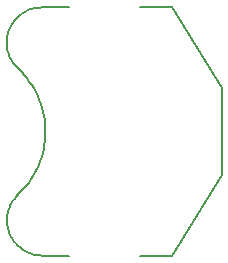
<source format=gbo>
G75*
G70*
%OFA0B0*%
%FSLAX24Y24*%
%IPPOS*%
%LPD*%
%AMOC8*
5,1,8,0,0,1.08239X$1,22.5*
%
%ADD10C,0.0080*%
D10*
X003096Y002145D02*
X004001Y002145D01*
X003095Y002145D02*
X003028Y002147D01*
X002962Y002154D01*
X002895Y002164D01*
X002830Y002178D01*
X002765Y002195D01*
X002701Y002216D01*
X002639Y002241D01*
X002578Y002269D01*
X002519Y002301D01*
X002461Y002336D01*
X002406Y002374D01*
X002353Y002416D01*
X002303Y002460D01*
X002255Y002507D01*
X002210Y002557D01*
X002168Y002609D01*
X002129Y002663D01*
X002093Y002720D01*
X002060Y002778D01*
X002030Y002839D01*
X002005Y002901D01*
X001982Y002964D01*
X001964Y003029D01*
X001949Y003094D01*
X001937Y003160D01*
X001930Y003227D01*
X001926Y003294D01*
X001927Y003361D01*
X001931Y003428D01*
X001938Y003495D01*
X001950Y003561D01*
X001965Y003626D01*
X001984Y003690D01*
X002007Y003754D01*
X002033Y003815D01*
X002063Y003876D01*
X002096Y003934D01*
X002132Y003990D01*
X002172Y004045D01*
X002214Y004097D01*
X002260Y004146D01*
X002308Y004193D01*
X002268Y004154D02*
X002368Y004250D01*
X002464Y004351D01*
X002554Y004456D01*
X002640Y004566D01*
X002720Y004680D01*
X002794Y004797D01*
X002862Y004918D01*
X002925Y005042D01*
X002982Y005169D01*
X003032Y005298D01*
X003076Y005430D01*
X003114Y005564D01*
X003145Y005699D01*
X003170Y005836D01*
X003188Y005974D01*
X003199Y006112D01*
X003204Y006251D01*
X003202Y006390D01*
X003193Y006529D01*
X003178Y006667D01*
X003156Y006804D01*
X003127Y006940D01*
X003092Y007074D01*
X003050Y007207D01*
X003002Y007337D01*
X002948Y007465D01*
X002887Y007590D01*
X002821Y007713D01*
X002749Y007831D01*
X002671Y007946D01*
X002588Y008058D01*
X002499Y008165D01*
X002406Y008268D01*
X002307Y008366D01*
X002308Y008366D02*
X002259Y008413D01*
X002212Y008461D01*
X002168Y008513D01*
X002127Y008567D01*
X002089Y008623D01*
X002055Y008682D01*
X002024Y008742D01*
X001996Y008804D01*
X001973Y008867D01*
X001953Y008932D01*
X001936Y008998D01*
X001924Y009065D01*
X001915Y009132D01*
X001911Y009199D01*
X001910Y009267D01*
X001913Y009335D01*
X001921Y009402D01*
X001932Y009469D01*
X001947Y009535D01*
X001965Y009600D01*
X001988Y009664D01*
X002014Y009727D01*
X002044Y009788D01*
X002077Y009847D01*
X002114Y009904D01*
X002153Y009959D01*
X002196Y010011D01*
X002242Y010061D01*
X002291Y010108D01*
X002342Y010152D01*
X002396Y010193D01*
X002452Y010231D01*
X002511Y010266D01*
X002571Y010297D01*
X002633Y010325D01*
X002696Y010349D01*
X002761Y010369D01*
X002826Y010386D01*
X002893Y010398D01*
X002960Y010407D01*
X003028Y010412D01*
X003095Y010413D01*
X003096Y010413D02*
X004001Y010413D01*
X006363Y010413D02*
X007426Y010413D01*
X009080Y007736D01*
X009080Y004822D01*
X007426Y002145D01*
X006363Y002145D01*
M02*

</source>
